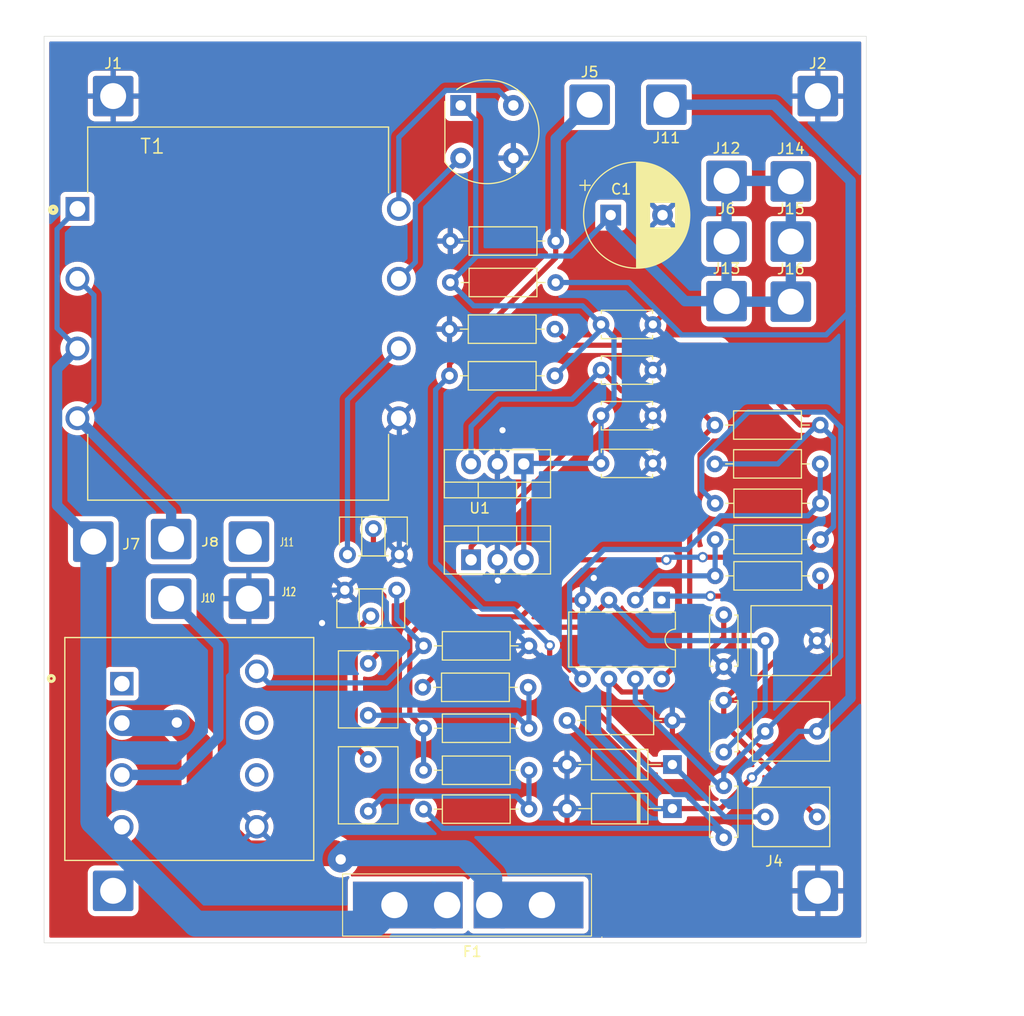
<source format=kicad_pcb>
(kicad_pcb (version 20240108) (generator "pcbnew") (generator_version "8.0")
  (layers (0 "F.Cu" signal) (31 "B.Cu" signal) (34 "B.Paste" user) (35 "F.Paste" user) (36 "B.SilkS" user "B.Silkscreen") (37 "F.SilkS" user "F.Silkscreen") (38 "B.Mask" user) (39 "F.Mask" user) (44 "Edge.Cuts" user))
  (net 0 "")
  (net 1 "Net-(C8-Pad2)")
  (net 2 "Net-(C8-Pad1)")
  (net 3 "Net-(C9-Pad1)")
  (net 4 "Net-(C9-Pad2)")
  (net 5 "Neutral")
  (net 6 "GND")
  (net 7 "Net-(U4B--)")
  (net 8 "Net-(U4A-+)")
  (net 9 "Net-(C12-Pad2)")
  (net 10 "Net-(C13-Pad2)")
  (net 11 "Net-(D2-K)")
  (net 12 "Net-(D3-K)")
  (net 13 "Net-(D1-Pad2)")
  (net 14 "Net-(D1-Pad4)")
  (net 15 "VCC")
  (net 16 "Net-(R1-Pad2)")
  (net 17 "Net-(U4B-+)")
  (net 18 "Net-(U4A--)")
  (net 19 "Net-(F1-Pad2)")
  (net 20 "Net-(R15-Pad2)")
  (net 21 "Net-(RV1-Pad1)")
  (net 22 "5v")
  (net 23 "Net-(J7-Pin_1)")
  (net 24 "Net-(J10-Pin_1)")
  (net 25 "Net-(J11-Pin_1)")
  (footprint "Resistor_THT:R_Axial_DIN0207_L6.3mm_D2.5mm_P10.16mm_Horizontal" (layer "F.Cu") (at 174.86 95.05 180)
    (property "Reference" "R10" (hide yes))
    (property "Value" "10 K" (hide yes))
    (pad "1" thru_hole circle (at 0 0 180) (size 1.6 1.6) (drill 0.8) (layers "*.Cu" "*.Mask") (net 17 "Net-(U4B-+)"))
    (pad "2" thru_hole oval (at 10.16 0 180) (size 1.6 1.6) (drill 0.8) (layers "*.Cu" "*.Mask") (net 10 "Net-(C13-Pad2)"))
  )
  (footprint "Connector_Wire:SolderWire-2sqmm_1x01_D2mm_OD3.9mm" (layer "F.Cu") (at 174.603 132.431)
    (property "Reference" "J4" (at -4.22 -2.85 0) (layer "F.SilkS"))
    (property "Value" "Hole")
    (pad "1" thru_hole roundrect (at 0 0) (size 3.9 3.9) (drill 2.5) (layers "*.Cu" "*.Mask") (roundrect_rratio 0.064103) (net 6 "GND"))
  )
  (footprint "Potentiometer_THT:Potentiometer_ACP_CA6-H2,5_Horizontal" (layer "F.Cu") (at 129.25 100 90)
    (property "Reference" "RV1" (hide yes))
    (property "Value" "R_Potentiometer" (hide yes))
    (pad "1" thru_hole circle (at 0 0 90) (size 1.62 1.62) (drill 0.9) (layers "*.Cu" "*.Mask") (net 21 "Net-(RV1-Pad1)"))
    (pad "2" thru_hole circle (at 2.5 2.5 90) (size 1.62 1.62) (drill 0.9) (layers "*.Cu" "*.Mask") (net 2 "Net-(C8-Pad1)"))
    (pad "3" thru_hole circle (at 0 5 90) (size 1.62 1.62) (drill 0.9) (layers "*.Cu" "*.Mask") (net 6 "GND"))
  )
  (footprint "Connector_Wire:SolderWire-2sqmm_1x01_D2mm_OD3.9mm" (layer "F.Cu") (at 172 64)
    (property "Reference" "J14" (at 0 -3.15 0) (layer "F.SilkS"))
    (property "Value" "Wire")
    (pad "1" thru_hole roundrect (at 0 0) (size 3.9 3.9) (drill 2.5) (layers "*.Cu" "*.Mask") (roundrect_rratio 0.064103) (net 22 "5v"))
  )
  (footprint "Resistor_THT:R_Axial_DIN0207_L6.3mm_D2.5mm_P10.16mm_Horizontal" (layer "F.Cu") (at 136.59 116.75)
    (property "Reference" "R2" (hide yes))
    (property "Value" "51.1k" (hide yes))
    (pad "1" thru_hole circle (at 0 0) (size 1.6 1.6) (drill 0.8) (layers "*.Cu" "*.Mask") (net 16 "Net-(R1-Pad2)"))
    (pad "2" thru_hole oval (at 10.16 0) (size 1.6 1.6) (drill 0.8) (layers "*.Cu" "*.Mask") (net 1 "Net-(C8-Pad2)"))
  )
  (footprint "Connector_Wire:SolderWire-2sqmm_1x01_D2mm_OD3.9mm" (layer "F.Cu") (at 104.75 98.75)
    (property "Reference" "J7" (at 3.65 0.25 0) (layer "F.SilkS"))
    (property "Value" "Wire")
    (pad "1" thru_hole roundrect (at 0 0) (size 3.9 3.9) (drill 2.5) (layers "*.Cu" "*.Mask") (roundrect_rratio 0.064103) (net 23 "Net-(J7-Pin_1)"))
  )
  (footprint "Connector_Wire:SolderWire-2sqmm_1x01_D2mm_OD3.9mm" (layer "F.Cu") (at 165.8 69.8)
    (property "Reference" "J6" (at 0 -3.15 0) (layer "F.SilkS"))
    (property "Value" "Wire")
    (pad "1" thru_hole roundrect (at 0 0) (size 3.9 3.9) (drill 2.5) (layers "*.Cu" "*.Mask") (roundrect_rratio 0.064103) (net 22 "5v"))
  )
  (footprint "Capacitor_THT:C_Disc_D4.7mm_W2.5mm_P5.00mm" (layer "F.Cu") (at 153.7 86.6)
    (property "Reference" "C4" (hide yes))
    (property "Value" "1 uF" (hide yes))
    (pad "1" thru_hole circle (at 0 0) (size 1.6 1.6) (drill 0.8) (layers "*.Cu" "*.Mask") (net 22 "5v"))
    (pad "2" thru_hole circle (at 5 0) (size 1.6 1.6) (drill 0.8) (layers "*.Cu" "*.Mask") (net 6 "GND"))
  )
  (footprint "Resistor_THT:R_Axial_DIN0207_L6.3mm_D2.5mm_P10.16mm_Horizontal" (layer "F.Cu") (at 174.86 98.55 180)
    (property "Reference" "R7" (hide yes))
    (property "Value" "10 K" (hide yes))
    (pad "1" thru_hole circle (at 0 0 180) (size 1.6 1.6) (drill 0.8) (layers "*.Cu" "*.Mask") (net 16 "Net-(R1-Pad2)"))
    (pad "2" thru_hole oval (at 10.16 0 180) (size 1.6 1.6) (drill 0.8) (layers "*.Cu" "*.Mask") (net 18 "Net-(U4A--)"))
  )
  (footprint "Capacitor_THT:C_Disc_D4.7mm_W2.5mm_P5.00mm" (layer "F.Cu") (at 165.53 119.05 90)
    (property "Reference" "C12" (hide yes))
    (property "Value" "10 nF" (hide yes))
    (pad "1" thru_hole circle (at 0 0 90) (size 1.6 1.6) (drill 0.8) (layers "*.Cu" "*.Mask") (net 8 "Net-(U4A-+)"))
    (pad "2" thru_hole circle (at 5 0 90) (size 1.6 1.6) (drill 0.8) (layers "*.Cu" "*.Mask") (net 9 "Net-(C12-Pad2)"))
  )
  (footprint "Package_DIP:DIP-8_W7.62mm" (layer "F.Cu") (at 159.54 104.38 -90)
    (property "Reference" "U4" (hide yes))
    (property "Value" "LM358")
    (pad "1" thru_hole rect (at 0 0 270) (size 1.6 1.6) (drill 0.8) (layers "*.Cu" "*.Mask") (net 9 "Net-(C12-Pad2)"))
    (pad "2" thru_hole oval (at 0 2.54 270) (size 1.6 1.6) (drill 0.8) (layers "*.Cu" "*.Mask") (net 18 "Net-(U4A--)"))
    (pad "3" thru_hole oval (at 0 5.08 270) (size 1.6 1.6) (drill 0.8) (layers "*.Cu" "*.Mask") (net 8 "Net-(U4A-+)"))
    (pad "4" thru_hole oval (at 0 7.62 270) (size 1.6 1.6) (drill 0.8) (layers "*.Cu" "*.Mask") (net 6 "GND"))
    (pad "5" thru_hole oval (at 7.62 7.62 270) (size 1.6 1.6) (drill 0.8) (layers "*.Cu" "*.Mask") (net 17 "Net-(U4B-+)"))
    (pad "6" thru_hole oval (at 7.62 5.08 270) (size 1.6 1.6) (drill 0.8) (layers "*.Cu" "*.Mask") (net 7 "Net-(U4B--)"))
    (pad "7" thru_hole oval (at 7.62 2.54 270) (size 1.6 1.6) (drill 0.8) (layers "*.Cu" "*.Mask") (net 10 "Net-(C13-Pad2)"))
    (pad "8" thru_hole oval (at 7.62 0 270) (size 1.6 1.6) (drill 0.8) (layers "*.Cu" "*.Mask") (net 15 "VCC"))
  )
  (footprint "Capacitor_THT:C_Rect_L7.2mm_W5.5mm_P5.00mm_FKS2_FKP2_MKS2_MKP2" (layer "F.Cu") (at 131.25 110.5 -90)
    (property "Reference" "C8" (hide yes))
    (property "Value" "1.5 uF" (hide yes))
    (pad "1" thru_hole circle (at 0 0 270) (size 1.6 1.6) (drill 0.8) (layers "*.Cu" "*.Mask") (net 2 "Net-(C8-Pad1)"))
    (pad "2" thru_hole circle (at 5 0 270) (size 1.6 1.6) (drill 0.8) (layers "*.Cu" "*.Mask") (net 1 "Net-(C8-Pad2)"))
  )
  (footprint "Fuse:Fuseholder_Keystone_3555-2" (layer "F.Cu") (at 133.78 133.8)
    (property "Reference" "F1" (at 7.5 4.5 0) (layer "F.SilkS"))
    (property "Value" "Fuse")
    (pad "1" thru_hole custom (at 0 0 90) (size 4.5 8) (drill 2.54) (layers "*.Cu" "*.Mask") (net 23 "Net-(J7-Pin_1)") (options (clearance outline) (anchor rect)) (primitives))
    (pad "1" thru_hole custom (at 5.08 0) (size 3 4.5) (drill 2.54) (layers "*.Cu" "*.Mask") (net 23 "Net-(J7-Pin_1)") (options (clearance outline) (anchor rect)) (primitives))
    (pad "2" thru_hole custom (at 9.14 0) (size 3 4.5) (drill 2.54) (layers "*.Cu" "*.Mask") (net 19 "Net-(F1-Pad2)") (options (clearance outline) (anchor rect)) (primitives))
    (pad "2" thru_hole custom (at 14.22 0) (size 8 4.5) (drill 2.54) (layers "*.Cu" "*.Mask") (net 19 "Net-(F1-Pad2)") (options (clearance outline) (anchor rect)) (primitives))
  )
  (footprint "Custom Transformers:XFMR_FS20-055-C2" (layer "F.Cu") (at 118.7085 76.75)
    (property "Reference" "T1" (at -8.256 -16.1345 0) (layer "F.SilkS") (effects (font (size 1.4 1.4))))
    (property "Value" "FS20-055-C2" (hide yes))
    (pad "1" thru_hole rect (at -15.494 -10.0965) (size 2.286 2.286) (drill 1.524) (layers "*.Cu" "*.Mask") (net 23 "Net-(J7-Pin_1)"))
    (pad "2" thru_hole circle (at -15.494 -3.3655) (size 2.286 2.286) (drill 1.524) (layers "*.Cu" "*.Mask") (net 5 "Neutral"))
    (pad "3" thru_hole circle (at -15.494 3.3655) (size 2.286 2.286) (drill 1.524) (layers "*.Cu" "*.Mask") (net 23 "Net-(J7-Pin_1)"))
    (pad "4" thru_hole circle (at -15.494 10.0965) (size 2.286 2.286) (drill 1.524) (layers "*.Cu" "*.Mask") (net 5 "Neutral"))
    (pad "5" thru_hole circle (at 15.494 -10.0965) (size 2.286 2.286) (drill 1.524) (layers "*.Cu" "*.Mask") (net 14 "Net-(D1-Pad4)"))
    (pad "6" thru_hole circle (at 15.494 -3.3655) (size 2.286 2.286) (drill 1.524) (layers "*.Cu" "*.Mask") (net 13 "Net-(D1-Pad2)"))
    (pad "7" thru_hole circle (at 15.494 3.3655) (size 2.286 2.286) (drill 1.524) (layers "*.Cu" "*.Mask") (net 21 "Net-(RV1-Pad1)"))
    (pad "8" thru_hole circle (at 15.494 10.0965) (size 2.286 2.286) (drill 1.524) (layers "*.Cu" "*.Mask") (net 6 "GND"))
  )
  (footprint "Potentiometer_THT:Potentiometer_ACP_CA6-H2,5_Horizontal" (layer "F.Cu") (at 134 103.425 -90)
    (property "Reference" "RV2" (hide yes))
    (property "Value" "R_Potentiometer" (hide yes))
    (pad "1" thru_hole circle (at 0 0 270) (size 1.62 1.62) (drill 0.9) (layers "*.Cu" "*.Mask") (net 20 "Net-(R15-Pad2)"))
    (pad "2" thru_hole circle (at 2.5 2.5 270) (size 1.62 1.62) (drill 0.9) (layers "*.Cu" "*.Mask") (net 3 "Net-(C9-Pad1)"))
    (pad "3" thru_hole circle (at 0 5 270) (size 1.62 1.62) (drill 0.9) (layers "*.Cu" "*.Mask") (net 6 "GND"))
  )
  (footprint "Custom Transformers:XFMR_CSE185L" (layer "F.Cu") (at 114 118.75)
    (property "Reference" "T2" (hide yes))
    (property "Value" "CSE185L" (hide yes))
    (pad "1" thru_hole rect (at -6.5 -6.3) (size 2.25 2.25) (drill 1.5) (layers "*.Cu" "*.Mask"))
    (pad "2" thru_hole circle (at -6.5 -2.5) (size 2.25 2.25) (drill 1.5) (layers "*.Cu" "*.Mask") (net 19 "Net-(F1-Pad2)"))
    (pad "3" thru_hole circle (at -6.5 2.5) (size 2.25 2.25) (drill 1.5) (layers "*.Cu" "*.Mask") (net 24 "Net-(J10-Pin_1)"))
    (pad "4" thru_hole circle (at -6.5 7.5) (size 2.25 2.25) (drill 1.5) (layers "*.Cu" "*.Mask") (net 23 "Net-(J7-Pin_1)"))
    (pad "5" thru_hole circle (at 6.5 7.5) (size 2.25 2.25) (drill 1.5) (layers "*.Cu" "*.Mask") (net 6 "GND"))
    (pad "6" thru_hole circle (at 6.5 2.5) (size 2.25 2.25) (drill 1.5) (layers "*.Cu" "*.Mask"))
    (pad "7" thru_hole circle (at 6.5 -2.5) (size 2.25 2.25) (drill 1.5) (layers "*.Cu" "*.Mask"))
    (pad "8" thru_hole circle (at 6.5 -7.5) (size 2.25 2.25) (drill 1.5) (layers "*.Cu" "*.Mask") (net 20 "Net-(R15-Pad2)"))
  )
  (footprint "Resistor_THT:R_Axial_DIN0207_L6.3mm_D2.5mm_P10.16mm_Horizontal" (layer "F.Cu") (at 174.83 91.25 180)
    (property "Reference" "R6" (hide yes))
    (property "Value" "10 K" (hide yes))
    (pad "1" thru_hole circle (at 0 0 180) (size 1.6 1.6) (drill 0.8) (layers "*.Cu" "*.Mask") (net 17 "Net-(U4B-+)"))
    (pad "2" thru_hole oval (at 10.16 0 180) (size 1.6 1.6) (drill 0.8) (layers "*.Cu" "*.Mask") (net 16 "Net-(R1-Pad2)"))
  )
  (footprint "Connector_Wire:SolderWire-2sqmm_1x01_D2mm_OD3.9mm" (layer "F.Cu") (at 106.659 55.768)
    (property "Reference" "J1" (at 0 -3.15 0) (layer "F.SilkS"))
    (property "Value" "Hole")
    (pad "1" thru_hole roundrect (at 0 0) (size 3.9 3.9) (drill 2.5) (layers "*.Cu" "*.Mask") (roundrect_rratio 0.064103) (net 6 "GND"))
  )
  (footprint "Connector_Wire:SolderWire-2sqmm_1x01_D2mm_OD3.9mm" (layer "F.Cu") (at 174.603 55.768)
    (property "Reference" "J2" (at 0 -3.15 0) (layer "F.SilkS"))
    (property "Value" "Hole")
    (pad "1" thru_hole roundrect (at 0 0) (size 3.9 3.9) (drill 2.5) (layers "*.Cu" "*.Mask") (roundrect_rratio 0.064103) (net 6 "GND"))
  )
  (footprint "Capacitor_THT:C_Disc_D4.7mm_W2.5mm_P5.00mm" (layer "F.Cu") (at 153.7 91.2)
    (property "Reference" "C5" (hide yes))
    (property "Value" "1 uF" (hide yes))
    (pad "1" thru_hole circle (at 0 0) (size 1.6 1.6) (drill 0.8) (layers "*.Cu" "*.Mask") (net 22 "5v"))
    (pad "2" thru_hole circle (at 5 0) (size 1.6 1.6) (drill 0.8) (layers "*.Cu" "*.Mask") (net 6 "GND"))
  )
  (footprint "Resistor_THT:R_Axial_DIN0207_L6.3mm_D2.5mm_P10.16mm_Horizontal" (layer "F.Cu") (at 149.25 82.75 180)
    (property "Reference" "R11" (hide yes))
    (property "Value" "10 K" (hide yes))
    (pad "1" thru_hole circle (at 0 0 180) (size 1.6 1.6) (drill 0.8) (layers "*.Cu" "*.Mask") (net 22 "5v"))
    (pad "2" thru_hole oval (at 10.16 0 180) (size 1.6 1.6) (drill 0.8) (layers "*.Cu" "*.Mask") (net 11 "Net-(D2-K)"))
  )
  (footprint "Capacitor_THT:C_Rect_L7.2mm_W5.5mm_P5.00mm_FKS2_FKP2_MKS2_MKP2" (layer "F.Cu") (at 174.53 125.3 180)
    (property "Reference" "C14" (hide yes))
    (property "Value" "1.5 uF" (hide yes))
    (pad "1" thru_hole circle (at 0 0 180) (size 1.6 1.6) (drill 0.8) (layers "*.Cu" "*.Mask") (net 9 "Net-(C12-Pad2)"))
    (pad "2" thru_hole circle (at 5 0 180) (size 1.6 1.6) (drill 0.8) (layers "*.Cu" "*.Mask") (net 11 "Net-(D2-K)"))
  )
  (footprint "Diode_THT:D_A-405_P10.16mm_Horizontal" (layer "F.Cu") (at 160.58 120.25 180)
    (property "Reference" "D2" (hide yes))
    (property "Value" "D_Zener" (hide yes))
    (pad "1" thru_hole rect (at 0 0 180) (size 1.8 1.8) (drill 0.9) (layers "*.Cu" "*.Mask") (net 11 "Net-(D2-K)"))
    (pad "2" thru_hole oval (at 10.16 0 180) (size 1.8 1.8) (drill 0.9) (layers "*.Cu" "*.Mask") (net 6 "GND"))
  )
  (footprint "Resistor_THT:R_Axial_DIN0207_L6.3mm_D2.5mm_P10.16mm_Horizontal" (layer "F.Cu") (at 139.17 73.75)
    (property "Reference" "R13" (hide yes))
    (property "Value" "10 K" (hide yes))
    (pad "1" thru_hole circle (at 0 0) (size 1.6 1.6) (drill 0.8) (layers "*.Cu" "*.Mask") (net 22 "5v"))
    (pad "2" thru_hole oval (at 10.16 0) (size 1.6 1.6) (drill 0.8) (layers "*.Cu" "*.Mask") (net 12 "Net-(D3-K)"))
  )
  (footprint "Connector_Wire:SolderWire-2sqmm_1x01_D2mm_OD3.9mm" (layer "F.Cu") (at 106.659 132.431)
    (property "Reference" "J3" (hide yes))
    (property "Value" "Hole")
    (pad "1" thru_hole roundrect (at 0 0) (size 3.9 3.9) (drill 2.5) (layers "*.Cu" "*.Mask") (roundrect_rratio 0.064103) (net 23 "Net-(J7-Pin_1)"))
  )
  (footprint "Connector_Wire:SolderWire-2sqmm_1x01_D2mm_OD3.9mm" (layer "F.Cu") (at 119.75 104.25)
    (property "Reference" "J12" (at 3.85 -0.65 0) (layer "F.SilkS") (effects (font (size 0.8 0.5) (thickness 0.125))))
    (property "Value" "B-Wire GND")
    (pad "1" thru_hole roundrect (at 0 0) (size 3.9 3.9) (drill 2.5) (layers "*.Cu" "*.Mask") (roundrect_rratio 0.064103) (net 6 "GND"))
  )
  (footprint "Capacitor_THT:C_Disc_D4.7mm_W2.5mm_P5.00mm" (layer "F.Cu") (at 153.7 82.2)
    (property "Reference" "C3" (hide yes))
    (property "Value" "1 uF" (hide yes))
    (pad "1" thru_hole circle (at 0 0) (size 1.6 1.6) (drill 0.8) (layers "*.Cu" "*.Mask") (net 15 "VCC"))
    (pad "2" thru_hole circle (at 5 0) (size 1.6 1.6) (drill 0.8) (layers "*.Cu" "*.Mask") (net 6 "GND"))
  )
  (footprint "Capacitor_THT:C_Disc_D4.7mm_W2.5mm_P5.00mm" (layer "F.Cu") (at 165.53 127.3 90)
    (property "Reference" "C13" (hide yes))
    (property "Value" "10 nF" (hide yes))
    (pad "1" thru_hole circle (at 0 0 90) (size 1.6 1.6) (drill 0.8) (layers "*.Cu" "*.Mask") (net 7 "Net-(U4B--)"))
    (pad "2" thru_hole circle (at 5 0 90) (size 1.6 1.6) (drill 0.8) (layers "*.Cu" "*.Mask") (net 10 "Net-(C13-Pad2)"))
  )
  (footprint "Resistor_THT:R_Axial_DIN0207_L6.3mm_D2.5mm_P10.16mm_Horizontal" (layer "F.Cu") (at 149.33 69.75 180)
    (property "Reference" "R12" (hide yes))
    (property "Value" "10 K" (hide yes))
    (pad "1" thru_hole circle (at 0 0 180) (size 1.6 1.6) (drill 0.8) (layers "*.Cu" "*.Mask") (net 11 "Net-(D2-K)"))
    (pad "2" thru_hole oval (at 10.16 0 180) (size 1.6 1.6) (drill 0.8) (layers "*.Cu" "*.Mask") (net 6 "GND"))
  )
  (footprint "Capacitor_THT:C_Rect_L7.2mm_W5.5mm_P5.00mm_FKS2_FKP2_MKS2_MKP2" (layer "F.Cu") (at 131.25 119.75 -90)
    (property "Reference" "C9" (hide yes))
    (property "Value" "1.5 uF" (hide yes))
    (pad "1" thru_hole circle (at 0 0 270) (size 1.6 1.6) (drill 0.8) (layers "*.Cu" "*.Mask") (net 3 "Net-(C9-Pad1)"))
    (pad "2" thru_hole circle (at 5 0 270) (size 1.6 1.6) (drill 0.8) (layers "*.Cu" "*.Mask") (net 4 "Net-(C9-Pad2)"))
  )
  (footprint "Connector_Wire:SolderWire-2sqmm_1x01_D2mm_OD3.9mm" (layer "F.Cu") (at 172 75.6)
    (property "Reference" "J16" (at 0 -3.15 0) (layer "F.SilkS"))
    (property "Value" "Wire")
    (pad "1" thru_hole roundrect (at 0 0) (size 3.9 3.9) (drill 2.5) (layers "*.Cu" "*.Mask") (roundrect_rratio 0.064103) (net 22 "5v"))
  )
  (footprint "Diode_THT:Diode_Bridge_Round_D9.8mm" (layer "F.Cu") (at 140.17 56.67)
    (property "Reference" "D1" (hide yes))
    (property "Value" "W04G")
    (pad "1" thru_hole rect (at 0 0) (size 2 2) (drill 1) (layers "*.Cu" "*.Mask") (net 22 "5v"))
    (pad "2" thru_hole oval (at 0 5.08) (size 2 2) (drill 1) (layers "*.Cu" "*.Mask") (net 13 "Net-(D1-Pad2)"))
    (pad "3" thru_hole oval (at 5.08 5.08) (size 2 2) (drill 1) (layers "*.Cu" "*.Mask") (net 6 "GND"))
    (pad "4" thru_hole oval (at 5.08 0) (size 2 2) (drill 1) (layers "*.Cu" "*.Mask") (net 14 "Net-(D1-Pad4)"))
  )
  (footprint "Connector_Wire:SolderWire-2sqmm_1x01_D2mm_OD3.9mm" (layer "F.Cu") (at 165.8 75.55)
    (property "Reference" "J13" (at 0 -3.15 0) (layer "F.SilkS"))
    (property "Value" "Wire")
    (pad "1" thru_hole roundrect (at 0 0) (size 3.9 3.9) (drill 2.5) (layers "*.Cu" "*.Mask") (roundrect_rratio 0.064103) (net 22 "5v"))
  )
  (footprint "Diode_THT:D_A-405_P10.16mm_Horizontal" (layer "F.Cu") (at 160.58 124.5 180)
    (property "Reference" "D3" (hide yes))
    (property "Value" "D_Zener" (hide yes))
    (pad "1" thru_hole rect (at 0 0 180) (size 1.8 1.8) (drill 0.9) (layers "*.Cu" "*.Mask") (net 12 "Net-(D3-K)"))
    (pad "2" thru_hole oval (at 10.16 0 180) (size 1.8 1.8) (drill 0.9) (layers "*.Cu" "*.Mask") (net 6 "GND"))
  )
  (footprint "Capacitor_THT:C_Disc_D4.7mm_W2.5mm_P5.00mm" (layer "F.Cu") (at 165.53 110.8 90)
    (property "Reference" "C10" (hide yes))
    (property "Value" "22 nF" (hide yes))
    (pad "1" thru_hole circle (at 0 0 90) (size 1.6 1.6) (drill 0.8) (layers "*.Cu" "*.Mask") (net 6 "GND"))
    (pad "2" thru_hole circle (at 5 0 90) (size 1.6 1.6) (drill 0.8) (layers "*.Cu" "*.Mask") (net 7 "Net-(U4B--)"))
  )
  (footprint "Connector_Wire:SolderWire-2sqmm_1x01_D2mm_OD3.9mm" (layer "F.Cu") (at 119.75 98.75)
    (property "Reference" "J11" (at 3.65 0.05 0) (layer "F.SilkS") (effects (font (size 0.8 0.5) (thickness 0.1))))
    (property "Value" "B-Wire POS")
    (pad "1" thru_hole roundrect (at 0 0) (size 3.9 3.9) (drill 2.5) (layers "*.Cu" "*.Mask") (roundrect_rratio 0.064103) (net 25 "Net-(J11-Pin_1)"))
  )
  (footprint "Connector_Wire:SolderWire-2sqmm_1x01_D2mm_OD3.9mm" (layer "F.Cu") (at 165.8 63.95)
    (property "Reference" "J12" (at 0 -3.15 0) (layer "F.SilkS"))
    (property "Value" "Wire")
    (pad "1" thru_hole roundrect (at 0 0) (size 3.9 3.9) (drill 2.5) (layers "*.Cu" "*.Mask") (roundrect_rratio 0.064103) (net 22 "5v"))
  )
  (footprint "Package_TO_SOT_THT:TO-220-3_Vertical" (layer "F.Cu") (at 141.17 100.5)
    (property "Reference" "U2" (hide yes))
    (property "Value" "5 V Regulator")
    (pad "1" thru_hole rect (at 0 0) (size 1.905 2) (drill 1.1) (layers "*.Cu" "*.Mask") (net 22 "5v"))
    (pad "2" thru_hole oval (at 2.54 0) (size 1.905 2) (drill 1.1) (layers "*.Cu" "*.Mask") (net 6 "GND"))
    (pad "3" thru_hole oval (at 5.08 0) (size 1.905 2) (drill 1.1) (layers "*.Cu" "*.Mask") (net 22 "5v"))
  )
  (footprint "Resistor_THT:R_Axial_DIN0207_L6.3mm_D2.5mm_P10.16mm_Horizontal" (layer "F.Cu") (at 150.42 116)
    (property "Reference" "R14" (hide yes))
    (property "Value" "10 K" (hide yes))
    (pad "1" thru_hole circle (at 0 0) (size 1.6 1.6) (drill 0.8) (layers "*.Cu" "*.Mask") (net 12 "Net-(D3-K)"))
    (pad "2" thru_hole oval (at 10.16 0) (size 1.6 1.6) (drill 0.8) (layers "*.Cu" "*.Mask") (net 6 "GND"))
  )
  (footprint "Connector_Wire:SolderWire-2sqmm_1x01_D2mm_OD3.9mm" (layer "F.Cu") (at 172 69.8)
    (property "Reference" "J15" (at 0 -3.15 0) (layer "F.SilkS"))
    (property "Value" "Wire")
    (pad "1" thru_hole roundrect (at 0 0) (size 3.9 3.9) (drill 2.5) (layers "*.Cu" "*.Mask") (roundrect_rratio 0.064103) (net 22 "5v"))
  )
  (footprint "Connector_Wire:SolderWire-2sqmm_1x01_D2mm_OD3.9mm" (layer "F.Cu") (at 160 56.6)
    (property "Reference" "J11" (at 0 3.2 0) (layer "F.SilkS"))
    (property "Value" "Wire")
    (pad "1" thru_hole roundrect (at 0 0) (size 3.9 3.9) (drill 2.5) (layers "*.Cu" "*.Mask") (roundrect_rratio 0.064103) (net 12 "Net-(D3-K)"))
  )
  (footprint "Capacitor_THT:C_Rect_L7.2mm_W5.5mm_P5.00mm_FKS2_FKP2_MKS2_MKP2" (layer "F.Cu") (at 169.53 117.05)
    (property "Reference" "C15" (hide yes))
    (property "Value" "1.5 uF" (hide yes))
    (pad "1" thru_hole circle (at 0 0) (size 1.6 1.6) (drill 0.8) (layers "*.Cu" "*.Mask") (net 10 "Net-(C13-Pad2)"))
    (pad "2" thru_hole circle (at 5 0) (size 1.6 1.6) (drill 0.8) (layers "*.Cu" "*.Mask") (net 12 "Net-(D3-K)"))
  )
  (footprint "Resistor_THT:R_Axial_DIN0207_L6.3mm_D2.5mm_P10.16mm_Horizontal" (layer "F.Cu") (at 146.75 124.55 180)
    (property "Reference" "R5" (hide yes))
    (property "Value" "20 K" (hide yes))
    (pad "1" thru_hole circle (at 0 0 180) (size 1.6 1.6) (drill 0.8) (layers "*.Cu" "*.Mask") (net 4 "Net-(C9-Pad2)"))
    (pad "2" thru_hole oval (at 10.16 0 180) (size 1.6 1.6) (drill 0.8) (layers "*.Cu" "*.Mask") (net 7 "Net-(U4B--)"))
  )
  (footprint "Resistor_THT:R_Axial_DIN0207_L6.3mm_D2.5mm_P10.16mm_Horizontal" (layer "F.Cu") (at 146.67 112.8 180)
    (property "Reference" "R4" (hide yes))
    (property "Value" "20 K" (hide yes))
    (pad "1" thru_hole circle (at 0 0 180) (size 1.6 1.6) (drill 0.8) (layers "*.Cu" "*.Mask") (net 1 "Net-(C8-Pad2)"))
    (pad "2" thru_hole oval (at 10.16 0 180) (size 1.6 1.6) (drill 0.8) (layers "*.Cu" "*.Mask") (net 8 "Net-(U4A-+)"))
  )
  (footprint "Capacitor_THT:C_Disc_D4.7mm_W2.5mm_P5.00mm" (layer "F.Cu") (at 153.7 77.8)
    (property "Reference" "C2" (hide yes))
    (property "Value" "1 uF" (hide yes))
    (pad "1" thru_hole circle (at 0 0) (size 1.6 1.6) (drill 0.8) (layers "*.Cu" "*.Mask") (net 22 "5v"))
    (pad "2" thru_hole circle (at 5 0) (size 1.6 1.6) (drill 0.8) (layers "*.Cu" "*.Mask") (net 6 "GND"))
  )
  (footprint "Resistor_THT:R_Axial_DIN0207_L6.3mm_D2.5mm_P10.16mm_Horizontal" (layer "F.Cu") (at 149.25 78.25 180)
    (property "Reference" "R8" (hide yes))
    (property "Value" "1 K" (hide yes))
    (pad "1" thru_hole circle (at 0 0 180) (size 1.6 1.6) (drill 0.8) (layers "*.Cu" "*.Mask") (net 16 "Net-(R1-Pad2)"))
    (pad "2" thru_hole oval (at 10.16 0 180) (size 1.6 1.6) (drill 0.8) (layers "*.Cu" "*.Mask") (net 6 "GND"))
  )
  (footprint "Capacitor_THT:C_Rect_L7.5mm_W6.5mm_P5.00mm" (layer "F.Cu") (at 169.53 108.3)
    (property "Reference" "C11" (hide yes))
    (property "Value" "20 nF" (hide yes))
    (pad "1" thru_hole circle (at 0 0) (size 1.6 1.6) (drill 0.8) (layers "*.Cu" "*.Mask") (net 8 "Net-(U4A-+)"))
    (pad "2" thru_hole circle (at 5 0) (size 1.6 1.6) (drill 0.8) (layers "*.Cu" "*.Mask") (net 6 "GND"))
  )
  (footprint "Resistor_THT:R_Axial_DIN0207_L6.3mm_D2.5mm_P10.16mm_Horizontal" (layer "F.Cu") (at 164.7 102.05)
    (property "Reference" "R9" (hide yes))
    (property "Value" "10 K" (hide yes))
    (pad "1" thru_hole circle (at 0 0) (size 1.6 1.6) (drill 0.8) (layers "*.Cu" "*.Mask") (net 18 "Net-(U4A--)"))
    (pad "2" thru_hole oval (at 10.16 0) (size 1.6 1.6) (drill 0.8) (layers "*.Cu" "*.Mask") (net 9 "Net-(C12-Pad2)"))
  )
  (footprint "Capacitor_THT:CP_Radial_D10.0mm_P5.00mm" (layer "F.Cu") (at 154.632323 67.25)
    (property "Reference" "C1" (at 1 -2.5 0) (layer "F.SilkS"))
    (property "Value" "100 uF" (hide yes))
    (pad "1" thru_hole rect (at 0 0) (size 2 2) (drill 1) (layers "*.Cu" "*.Mask") (net 22 "5v"))
    (pad "2" thru_hole circle (at 5 0) (size 2 2) (drill 1) (layers "*.Cu" "*.Mask") (net 6 "GND"))
  )
  (footprint "Package_TO_SOT_THT:TO-220-3_Vertical" (layer "F.Cu") (at 146.25 91.25 180)
    (property "Reference" "U1" (at 4.25 -4.27 0) (layer "F.SilkS"))
    (property "Value" "12 V Regulator")
    (pad "1" thru_hole rect (at 0 0 180) (size 1.905 2) (drill 1.1) (layers "*.Cu" "*.Mask") (net 22 "5v"))
    (pad "2" thru_hole oval (at 2.54 0 180) (size 1.905 2) (drill 1.1) (layers "*.Cu" "*.Mask") (net 6 "GND"))
    (pad "3" thru_hole oval (at 5.08 0 180) (size 1.905 2) (drill 1.1) (layers "*.Cu" "*.Mask") (net 15 "VCC"))
  )
  (footprint "Connector_Wire:SolderWire-2sqmm_1x01_D2mm_OD3.9mm" (layer "F.Cu") (at 112.25 104.25)
    (property "Reference" "J10" (at 3.55 -0.05 0) (layer "F.SilkS") (effects (font (size 0.8 0.5) (thickness 0.125))))
    (property "Value" "Wire")
    (pad "1" thru_hole roundrect (at 0 0) (size 3.9 3.9) (drill 2.5) (layers "*.Cu" "*.Mask") (roundrect_rratio 0.064103) (net 24 "Net-(J10-Pin_1)"))
  )
  (footprint "Connector_Wire:SolderWire-2sqmm_1x01_D2mm_OD3.9mm" (layer "F.Cu") (at 112.25 98.5)
    (property "Reference" "J8" (at 3.75 0.3 0) (layer "F.SilkS") (effects (font (size 0.8 1))))
    (property "Value" "Wire")
    (pad "1" thru_hole roundrect (at 0 0) (size 3.9 3.9) (drill 2.5) (layers "*.Cu" "*.Mask") (roundrect_rratio 0.064103) (net 5 "Neutral"))
  )
  (footprint "Connector_Wire:SolderWire-2sqmm_1x01_D2mm_OD3.9mm" (layer "F.Cu") (at 152.6 56.6)
    (property "Reference" "J5" (at 0 -3.15 0) (layer "F.SilkS"))
    (property "Value" "Wire")
    (pad "1" thru_hole roundrect (at 0 0) (size 3.9 3.9) (drill 2.5) (layers "*.Cu" "*.Mask") (roundrect_rratio 0.064103) (net 11 "Net-(D2-K)"))
  )
  (footprint "Resistor_THT:R_Axial_DIN0207_L6.3mm_D2.5mm_P10.16mm_Horizontal" (layer "F.Cu") (at 136.59 120.8)
    (property "Reference" "R3" (hide yes))
    (property "Value" "51.1 K" (hide yes))
    (pad "1" thru_hole circle (at 0 0) (size 1.6 1.6) (drill 0.8) (layers "*.Cu" "*.Mask") (net 16 "Net-(R1-Pad2)"))
    (pad "2" thru_hole oval (at 10.16 0) (size 1.6 1.6) (drill 0.8) (layers "*.Cu" "*.Mask") (net 4 "Net-(C9-Pad2)"))
  )
  (footprint "Resistor_THT:R_Axial_DIN0207_L6.3mm_D2.5mm_P10.16mm_Horizontal" (layer "F.Cu") (at 146.75 108.8 180)
    (property "Reference" "R15" (hide yes))
    (property "Value" "30" (hide yes))
    (pad "1" thru_hole circle (at 0 0 180) (size 1.6 1.6) (drill 0.8) (layers "*.Cu" "*.Mask") (net 6 "GND"))
    (pad "2" thru_hole oval (at 10.16 0 180) (size 1.6 1.6) (drill 0.8) (layers "*.Cu" "*.Mask") (net 20 "Net-(R15-Pad2)"))
  )
  (footprint "Resistor_THT:R_Axial_DIN0207_L6.3mm_D2.5mm_P10.16mm_Horizontal" (layer "F.Cu") (at 164.67 87.5)
    (property "Reference" "R1" (hide yes))
    (property "Value" "3 K" (hide yes))
    (pad "1" thru_hole circle (at 0 0) (size 1.6 1.6) (drill 0.8) (layers "*.Cu" "*.Mask") (net 15 "VCC"))
    (pad "2" thru_hole oval (at 10.16 0) (size 1.6 1.6) (drill 0.8) (layers "*.Cu" "*.Mask") (net 16 "Net-(R1-Pad2)"))
  )
  (gr_rect (start 100 50) (end 179.28 137.4522) (stroke (width 0.05)) (fill none) (layer "Edge.Cuts"))
  (segment (start 146.75 116.75) (end 146.75 112.88) (width 0.5) (layer "B.Cu") (net 1))
  (segment (start 146.75 112.88) (end 146.67 112.8) (width 0.5) (layer "B.Cu") (net 1))
  (segment (start 145.5 115.5) (end 146.75 116.75) (width 0.5) (layer "B.Cu") (net 1))
  (segment (start 131.25 115.5) (end 145.5 115.5) (width 0.5) (layer "B.Cu") (net 1))
  (segment (start 131.75 102.95691) (end 131.75 97.5) (width 0.5) (layer "F.Cu") (net 2))
  (segment (start 131.25 110.5) (end 132.76 108.99) (width 0.5) (layer "F.Cu") (net 2))
  (segment (start 132.76 103.96691) (end 131.75 102.95691) (width 0.5) (layer "F.Cu") (net 2))
  (segment (start 132.76 108.99) (end 132.76 103.96691) (width 0.5) (layer "F.Cu") (net 2))
  (segment (start 130 107.425) (end 130 118.5) (width 0.5) (layer "F.Cu") (net 3))
  (segment (start 131.5 105.925) (end 130 107.425) (width 0.5) (layer "F.Cu") (net 3))
  (segment (start 130 118.5) (end 131.25 119.75) (width 0.5) (layer "F.Cu") (net 3))
  (segment (start 146.75 124.55) (end 145.5 123.3) (width 0.5) (layer "B.Cu") (net 4))
  (segment (start 146.75 124.55) (end 146.75 120.8) (width 0.5) (layer "B.Cu") (net 4))
  (segment (start 132.7 123.3) (end 131.25 124.75) (width 0.5) (layer "B.Cu") (net 4))
  (segment (start 145.5 123.3) (end 132.7 123.3) (width 0.5) (layer "B.Cu") (net 4))
  (segment (start 112.25 95.882) (end 103.2145 86.8465) (width 1) (layer "B.Cu") (net 5))
  (segment (start 104.8075 74.9775) (end 104.8075 85.2535) (width 0.5) (layer "B.Cu") (net 5))
  (segment (start 112.25 98.5) (end 112.25 95.882) (width 1) (layer "B.Cu") (net 5))
  (segment (start 104.8075 85.2535) (end 103.2145 86.8465) (width 0.5) (layer "B.Cu") (net 5))
  (segment (start 103.2145 73.3845) (end 104.8075 74.9775) (width 0.5) (layer "B.Cu") (net 5))
  (via (at 126.8 106.6) (size 1) (drill 0.6) (layers "F.Cu" "B.Cu") (net 6))
  (via (at 143.75 102.5) (size 1) (drill 0.6) (layers "F.Cu" "B.Cu") (net 6))
  (via (at 144.2 88) (size 1) (drill 0.6) (layers "F.Cu" "B.Cu") (net 6))
  (via (at 153 102.25) (size 1) (drill 0.6) (layers "F.Cu" "B.Cu") (net 6))
  (segment (start 134.25 86.894) (end 134.2025 86.8465) (width 0.5) (layer "B.Cu") (net 6))
  (segment (start 143.8 108.8) (end 146.75 108.8) (width 0.5) (layer "B.Cu") (net 6))
  (segment (start 117.8 123.6) (end 117.8 111.722613) (width 0.5) (layer "B.Cu") (net 6))
  (segment (start 136.75 101.75) (end 143.8 108.8) (width 0.5) (layer "B.Cu") (net 6))
  (segment (start 130.675 101.75) (end 136.75 101.75) (width 0.5) (layer "B.Cu") (net 6))
  (segment (start 117.8 111.722613) (end 126.097613 103.425) (width 0.5) (layer "B.Cu") (net 6))
  (segment (start 134.25 100) (end 134.25 86.894) (width 0.5) (layer "B.Cu") (net 6))
  (segment (start 120.5 126.25) (end 120.45 126.25) (width 0.5) (layer "B.Cu") (net 6))
  (segment (start 126.097613 103.425) (end 129 103.425) (width 0.5) (layer "B.Cu") (net 6))
  (segment (start 120.45 126.25) (end 117.8 123.6) (width 0.5) (layer "B.Cu") (net 6))
  (segment (start 129 103.425) (end 130.675 101.75) (width 0.5) (layer "B.Cu") (net 6))
  (segment (start 160.25 113.25) (end 165.53 107.97) (width 0.5) (layer "F.Cu") (net 7))
  (segment (start 154.46 112) (end 155.71 113.25) (width 0.5) (layer "F.Cu") (net 7))
  (segment (start 155.71 113.25) (end 160.25 113.25) (width 0.5) (layer "F.Cu") (net 7))
  (segment (start 165.53 107.97) (end 165.53 105.8) (width 0.5) (layer "F.Cu") (net 7))
  (segment (start 136.59 124.55) (end 138.44 126.4) (width 0.5) (layer "B.Cu") (net 7))
  (segment (start 161.9 123.15) (end 165.53 126.78) (width 0.5) (layer "B.Cu") (net 7))
  (segment (start 154.46 112) (end 154.46 116.83) (width 0.5) (layer "B.Cu") (net 7))
  (segment (start 164.63 126.4) (end 165.53 127.3) (width 0.5) (layer "B.Cu") (net 7))
  (segment (start 165.53 126.78) (end 165.53 127.3) (width 0.5) (layer "B.Cu") (net 7))
  (segment (start 138.44 126.4) (end 164.63 126.4) (width 0.5) (layer "B.Cu") (net 7))
  (segment (start 160.78 123.15) (end 161.9 123.15) (width 0.5) (layer "B.Cu") (net 7))
  (segment (start 154.46 116.83) (end 160.78 123.15) (width 0.5) (layer "B.Cu") (net 7))
  (segment (start 151.84 107) (end 154.46 104.38) (width 0.5) (layer "F.Cu") (net 8))
  (segment (start 142.31 107) (end 151.84 107) (width 0.5) (layer "F.Cu") (net 8))
  (segment (start 136.51 112.8) (end 142.31 107) (width 0.5) (layer "F.Cu") (net 8))
  (segment (start 165.53 119.05) (end 169.53 115.05) (width 0.5) (layer "B.Cu") (net 8))
  (segment (start 154.46 104.38) (end 158.38 108.3) (width 0.5) (layer "B.Cu") (net 8))
  (segment (start 169.53 115.05) (end 169.53 108.3) (width 0.5) (layer "B.Cu") (net 8))
  (segment (start 158.38 108.3) (end 169.53 108.3) (width 0.5) (layer "B.Cu") (net 8))
  (segment (start 165.53 114.05) (end 167.5 112.08) (width 0.5) (layer "F.Cu") (net 9))
  (segment (start 167.5 112.08) (end 167.5 104.75) (width 0.5) (layer "F.Cu") (net 9))
  (segment (start 165.53 116.3) (end 165.53 114.05) (width 0.5) (layer "F.Cu") (net 9))
  (segment (start 166.75 104) (end 164.25 104) (width 0.5) (layer "F.Cu") (net 9))
  (segment (start 174.53 125.3) (end 165.53 116.3) (width 0.5) (layer "F.Cu") (net 9))
  (segment (start 174.86 105.85137) (end 174.86 102.05) (width 0.5) (layer "F.Cu") (net 9))
  (segment (start 166.66137 114.05) (end 174.86 105.85137) (width 0.5) (layer "F.Cu") (net 9))
  (segment (start 165.53 114.05) (end 166.66137 114.05) (width 0.5) (layer "F.Cu") (net 9))
  (segment (start 167.5 104.75) (end 166.75 104) (width 0.5) (layer "F.Cu") (net 9))
  (via (at 164.25 104) (size 1) (drill 0.6) (layers "F.Cu" "B.Cu") (net 9))
  (segment (start 164.25 104) (end 159.92 104) (width 0.5) (layer "B.Cu") (net 9))
  (segment (start 159.92 104) (end 159.54 104.38) (width 0.5) (layer "B.Cu") (net 9))
  (segment (start 167.902233 86.25) (end 175.347767 86.25) (width 0.5) (layer "B.Cu") (net 10))
  (segment (start 164.7 95.05) (end 163.42 93.77) (width 0.5) (layer "B.Cu") (net 10))
  (segment (start 163.42 93.77) (end 163.42 90.732233) (width 0.5) (layer "B.Cu") (net 10))
  (segment (start 176.81 87.712233) (end 176.81 109.77) (width 0.5) (layer "B.Cu") (net 10))
  (segment (start 165.112233 122.3) (end 165.53 122.3) (width 0.5) (layer "B.Cu") (net 10))
  (segment (start 157 112) (end 157 114.187767) (width 0.5) (layer "B.Cu") (net 10))
  (segment (start 165.53 121.05) (end 169.53 117.05) (width 0.5) (layer "B.Cu") (net 10))
  (segment (start 157 114.187767) (end 165.112233 122.3) (width 0.5) (layer "B.Cu") (net 10))
  (segment (start 176.81 109.77) (end 169.53 117.05) (width 0.5) (layer "B.Cu") (net 10))
  (segment (start 165.53 122.3) (end 165.53 121.05) (width 0.5) (layer "B.Cu") (net 10))
  (segment (start 175.347767 86.25) (end 176.81 87.712233) (width 0.5) (layer "B.Cu") (net 10))
  (segment (start 163.42 90.732233) (end 167.902233 86.25) (width 0.5) (layer "B.Cu") (net 10))
  (segment (start 139.09 81.61863) (end 149.33 71.37863) (width 0.5) (layer "F.Cu") (net 11))
  (segment (start 149.33 71.37863) (end 149.33 69.75) (width 0.5) (layer "F.Cu") (net 11))
  (segment (start 160.58 120.25) (end 158.402233 120.25) (width 0.5) (layer "F.Cu") (net 11))
  (segment (start 158.402233 120.25) (end 148.75 110.597767) (width 0.5) (layer "F.Cu") (net 11))
  (segment (start 139.09 82.75) (end 139.09 81.61863) (width 0.5) (layer "F.Cu") (net 11))
  (segment (start 148.75 110.597767) (end 148.75 108.75) (width 0.5) (layer "F.Cu") (net 11))
  (via (at 148.75 108.75) (size 1) (drill 0.6) (layers "F.Cu" "B.Cu") (net 11))
  (segment (start 137.75 100.75) (end 137.75 84.09) (width 0.5) (layer "B.Cu") (net 11))
  (segment (start 160.58 120.25) (end 165.63 125.3) (width 0.5) (layer "B.Cu") (net 11))
  (segment (start 149.33 69.75) (end 149.33 59.87) (width 1) (layer "B.Cu") (net 11))
  (segment (start 165.63 125.3) (end 169.53 125.3) (width 0.5) (layer "B.Cu") (net 11))
  (segment (start 148.75 108.75) (end 145.25 105.25) (width 0.5) (layer "B.Cu") (net 11))
  (segment (start 149.33 59.87) (end 152.6 56.6) (width 1) (layer "B.Cu") (net 11))
  (segment (start 137.75 84.09) (end 139.09 82.75) (width 0.5) (layer "B.Cu") (net 11))
  (segment (start 145.25 105.25) (end 142.25 105.25) (width 0.5) (layer "B.Cu") (net 11))
  (segment (start 142.25 105.25) (end 137.75 100.75) (width 0.5) (layer "B.Cu") (net 11))
  (segment (start 165.25 124.5) (end 168.25 121.5) (width 0.5) (layer "F.Cu") (net 12))
  (segment (start 160.58 124.5) (end 165.25 124.5) (width 0.5) (layer "F.Cu") (net 12))
  (via (at 168.25 121.5) (size 1) (drill 0.6) (layers "F.Cu" "B.Cu") (net 12))
  (segment (start 172.7 117.05) (end 174.53 117.05) (width 0.5) (layer "B.Cu") (net 12))
  (segment (start 149.33 73.75) (end 156.417767 73.75) (width 0.5) (layer "B.Cu") (net 12))
  (segment (start 170.4 56.6) (end 177.76 63.96) (width 1) (layer "B.Cu") (net 12))
  (segment (start 174.53 117.05) (end 177.76 113.82) (width 1) (layer "B.Cu") (net 12))
  (segment (start 175.4 78.8) (end 177.76 76.44) (width 0.5) (layer "B.Cu") (net 12))
  (segment (start 177.76 113.82) (end 177.76 76) (width 1) (layer "B.Cu") (net 12))
  (segment (start 161.467767 78.8) (end 175.4 78.8) (width 0.5) (layer "B.Cu") (net 12))
  (segment (start 168.25 121.5) (end 172.7 117.05) (width 0.5) (layer "B.Cu") (net 12))
  (segment (start 160.58 124.5) (end 158.92 124.5) (width 0.5) (layer "B.Cu") (net 12))
  (segment (start 177.76 76.44) (end 177.76 76) (width 0.5) (layer "B.Cu") (net 12))
  (segment (start 177.76 76) (end 177.76 63.96) (width 1) (layer "B.Cu") (net 12))
  (segment (start 156.417767 73.75) (end 161.467767 78.8) (width 0.5) (layer "B.Cu") (net 12))
  (segment (start 158.92 124.5) (end 150.42 116) (width 0.5) (layer "B.Cu") (net 12))
  (segment (start 170.4 56.6) (end 160 56.6) (width 1) (layer "B.Cu") (net 12))
  (segment (start 135.7955 71.7915) (end 134.2025 73.3845) (width 0.5) (layer "B.Cu") (net 13))
  (segment (start 140.17 61.75) (end 135.7955 66.1245) (width 0.5) (layer "B.Cu") (net 13))
  (segment (start 135.7955 66.1245) (end 135.7955 71.7915) (width 0.5) (layer "B.Cu") (net 13))
  (segment (start 138.72 55.22) (end 143.8 55.22) (width 0.5) (layer "B.Cu") (net 14))
  (segment (start 143.8 55.22) (end 145.25 56.67) (width 0.5) (layer "B.Cu") (net 14))
  (segment (start 134.2025 66.6535) (end 134.2025 59.7375) (width 0.5) (layer "B.Cu") (net 14))
  (segment (start 134.2025 59.7375) (end 138.72 55.22) (width 0.5) (layer "B.Cu") (net 14))
  (segment (start 155.7 84.2) (end 161.37 84.2) (width 0.5) (layer "F.Cu") (net 15))
  (segment (start 153.7 82.2) (end 155.7 84.2) (width 0.5) (layer "F.Cu") (net 15))
  (segment (start 162.25 109.29) (end 162.25 89.92) (width 0.5) (layer "F.Cu") (net 15))
  (segment (start 161.37 84.2) (end 164.67 87.5) (width 0.5) (layer "F.Cu") (net 15))
  (segment (start 159.54 112) (end 162.25 109.29) (width 0.5) (layer "F.Cu") (net 15))
  (segment (start 162.25 89.92) (end 164.67 87.5) (width 0.5) (layer "F.Cu") (net 15))
  (segment (start 143.8 85) (end 150.9 85) (width 0.5) (layer "B.Cu") (net 15))
  (segment (start 141.17 87.63) (end 143.8 85) (width 0.5) (layer "B.Cu") (net 15))
  (segment (start 141.17 91.25) (end 141.17 87.63) (width 0.5) (layer "B.Cu") (net 15))
  (segment (start 150.9 85) (end 153.7 82.2) (width 0.5) (layer "B.Cu") (net 15))
  (segment (start 173 100.25) (end 163.5 100.25) (width 0.5) (layer "F.Cu") (net 16))
  (segment (start 135.26 107.74) (end 137 106) (width 0.5) (layer "F.Cu") (net 16))
  (segment (start 136.59 116.75) (end 135.26 115.42) (width 0.5) (layer "F.Cu") (net 16))
  (segment (start 174.86 98.55) (end 173.16 100.25) (width 0.5) (layer "F.Cu") (net 16))
  (segment (start 165.203122 79.8) (end 172.903122 87.5) (width 0.5) (layer "F.Cu") (net 16))
  (segment (start 151.5 100.5) (end 160 100.5) (width 0.5) (layer "F.Cu") (net 16))
  (segment (start 173.16 100.25) (end 173 100.25) (width 0.5) (layer "F.Cu") (net 16))
  (segment (start 146 106) (end 151.5 100.5) (width 0.5) (layer "F.Cu") (net 16))
  (segment (start 137 106) (end 146 106) (width 0.5) (layer "F.Cu") (net 16))
  (segment (start 172.903122 87.5) (end 174.83 87.5) (width 0.5) (layer "F.Cu") (net 16))
  (segment (start 150.8 79.8) (end 165.203122 79.8) (width 0.5) (layer "F.Cu") (net 16))
  (segment (start 149.25 78.25) (end 150.8 79.8) (width 0.5) (layer "F.Cu") (net 16))
  (segment (start 135.26 115.42) (end 135.26 107.74) (width 0.5) (layer "F.Cu") (net 16))
  (via (at 163.5 100.25) (size 1) (drill 0.6) (layers "F.Cu" "B.Cu") (net 16))
  (via (at 160 100.5) (size 1) (drill 0.6) (layers "F.Cu" "B.Cu") (net 16))
  (segment (start 176.11 97.3) (end 176.11 88.78) (width 0.5) (layer "B.Cu") (net 16))
  (segment (start 174.86 98.55) (end 176.11 97.3) (width 0.5) (layer "B.Cu") (net 16))
  (segment (start 160.25 100.25) (end 160 100.5) (width 0.5) (layer "B.Cu") (net 16))
  (segment (start 174.5 87.5) (end 170.75 91.25) (width 0.5) (layer "B.Cu") (net 16))
  (segment (start 163.5 100.25) (end 160.25 100.25) (width 0.5) (layer "B.Cu") (net 16))
  (segment (start 174.83 87.5) (end 174.5 87.5) (width 0.5) (layer "B.Cu") (net 16))
  (segment (start 136.59 116.75) (end 136.59 120.8) (width 0.5) (layer "B.Cu") (net 16))
  (segment (start 176.11 88.78) (end 174.83 87.5) (width 0.5) (layer "B.Cu") (net 16))
  (segment (start 170.75 91.25) (end 164.67 91.25) (width 0.5) (layer "B.Cu") (net 16))
  (segment (start 173.66 96.25) (end 174.86 95.05) (width 0.5) (layer "B.Cu") (net 17))
  (segment (start 161.982233 99.5) (end 165.232233 96.25) (width 0.5) (layer "B.Cu") (net 17))
  (segment (start 154 99.5) (end 161.982233 99.5) (width 0.5) (layer "B.Cu") (net 17))
  (segment (start 150.67 110.75) (end 150.67 102.83) (width 0.5) (layer "B.Cu") (net 17))
  (segment (start 165.232233 96.25) (end 173.66 96.25) (width 0.5) (layer "B.Cu") (net 17))
  (segment (start 150.67 102.83) (end 154 99.5) (width 0.5) (layer "B.Cu") (net 17))
  (segment (start 174.83 95.02) (end 174.86 95.05) (width 0.5) (layer "B.Cu") (net 17))
  (segment (start 174.83 91.25) (end 174.83 95.02) (width 0.5) (layer "B.Cu") (net 17))
  (segment (start 151.92 112) (end 150.67 110.75) (width 0.5) (layer "B.Cu") (net 17))
  (segment (start 157 104.38) (end 159.33 102.05) (width 0.5) (layer "B.Cu") (net 18))
  (segment (start 164.7 102.05) (end 164.7 98.55) (width 0.5) (layer "B.Cu") (net 18))
  (segment (start 159.33 102.05) (end 164.7 102.05) (width 0.5) (layer "B.Cu") (net 18))
  (segment (start 119.4334 128.825) (end 121.5666 128.825) (width 2.5) (layer "F.Cu") (net 19))
  (segment (start 115 124.3916) (end 119.4334 128.825) (width 2.5) (layer "F.Cu") (net 19))
  (segment (start 128 128.8) (end 128.6 129.4) (width 2.5) (layer "F.Cu") (net 19))
  (segment (start 121.5916 128.8) (end 128 128.8) (width 2.5) (layer "F.Cu") (net 19))
  (segment (start 121.5666 128.825) (end 121.5916 128.8) (width 2.5) (layer "F.Cu") (net 19))
  (segment (start 112.8 116.2) (end 115 118.4) (width 2.5) (layer "F.Cu") (net 19))
  (segment (start 115 118.4) (end 115 124.3916) (width 2.5) (layer "F.Cu") (net 19))
  (via (at 112.8 116.2) (size 2.5) (drill 1) (layers "F.Cu" "B.Cu") (net 19))
  (via (at 128.6 129.4) (size 2.5) (drill 1) (layers "F.Cu" "B.Cu") (net 19))
  (segment (start 112.75 116.25) (end 107.5 116.25) (width 2.5) (layer "B.Cu") (net 19))
  (segment (start 129.2 128.8) (end 140.51 128.8) (width 2.5) (layer "B.Cu") (net 19))
  (segment (start 112.8 116.2) (end 112.75 116.25) (width 2.5) (layer "B.Cu") (net 19))
  (segment (start 142.92 131.21) (end 142.92 133.8) (width 2.5) (layer "B.Cu") (net 19))
  (segment (start 128.6 129.4) (end 129.2 128.8) (width 2.5) (layer "B.Cu") (net 19))
  (segment (start 140.51 128.8) (end 142.92 131.21) (width 2.5) (layer "B.Cu") (net 19))
  (segment (start 120.5 111.25) (end 121.625 112.375) (width 0.5) (layer "B.Cu") (net 20))
  (segment (start 121.625 112.375) (end 133.015 112.375) (width 0.5) (layer "B.Cu") (net 20))
  (segment (start 133.015 112.375) (end 136.59 108.8) (width 0.5) (layer "B.Cu") (net 20))
  (segment (start 134 103.425) (end 134 106.21) (width 0.5) (layer "B.Cu") (net 20))
  (segment (start 134 106.21) (end 136.59 108.8) (width 0.5) (layer "B.Cu") (net 20))
  (segment (start 129.25 85.068) (end 134.2025 80.1155) (width 0.5) (layer "B.Cu") (net 21))
  (segment (start 129.25 100) (end 129.25 85.068) (width 0.5) (layer "B.Cu") (net 21))
  (segment (start 141.17 99.23) (end 153.7 86.7) (width 0.5) (layer "F.Cu") (net 22))
  (segment (start 141.17 100.5) (end 141.17 99.23) (width 0.5) (layer "F.Cu") (net 22))
  (segment (start 153.7 86.7) (end 153.7 86.6) (width 0.5) (layer "F.Cu") (net 22))
  (segment (start 149.25 82.75) (end 153.7 78.3) (width 0.5) (layer "B.Cu") (net 22))
  (segment (start 172 75.6) (end 165.85 75.6) (width 1) (layer "B.Cu") (net 22))
  (segment (start 141.72 71.2) (end 150.8 71.2) (width 0.5) (layer "B.Cu") (net 22))
  (segment (start 154.632323 68.382323) (end 161.8 75.55) (width 1) (layer "B.Cu") (net 22))
  (segment (start 153.7 77.8) (end 151.9 76) (width 0.5) (layer "B.Cu") (net 22))
  (segment (start 165.85 75.6) (end 165.8 75.55) (width 1) (layer "B.Cu") (net 22))
  (segment (start 154.95 79.05) (end 154.95 85.35) (width 0.5) (layer "B.Cu") (net 22))
  (segment (start 154.632323 67.367677) (end 154.632323 67.25) (width 0.5) (layer "B.Cu") (net 22))
  (segment (start 141.42 76) (end 139.17 73.75) (width 0.5) (layer "B.Cu") (net 22))
  (segment (start 154.632323 67.25) (end 154.632323 68.382323) (width 1) (layer "B.Cu") (net 22))
  (segment (start 171.95 63.95) (end 172 64) (width 1) (layer "B.Cu") (net 22))
  (segment (start 150.8 71.2) (end 154.632323 67.367677) (width 0.5) (layer "B.Cu") (net 22))
  (segment (start 146.3 91.2) (end 146.25 91.25) (width 0.5) (layer "B.Cu") (net 22))
  (segment (start 153.7 78.3) (end 153.7 77.8) (width 0.5) (layer "B.Cu") (net 22))
  (segment (start 141.62 71.3) (end 139.17 73.75) (width 0.5) (layer "B.Cu") (net 22))
  (segment (start 165.8 75.55) (end 165.8 63.95) (width 1) (layer "B.Cu") (net 22))
  (segment (start 153.7 91.2) (end 153.7 86.6) (width 0.5) (layer "B.Cu") (net 22))
  (segment (start 154.95 85.35) (end 153.7 86.6) (width 0.5) (layer "B.Cu") (net 22))
  (segment (start 139.17 73.75) (end 141.72 71.2) (width 0.5) (layer "B.Cu") (net 22))
  (segment (start 140.17 56.67) (end 141.62 58.12) (width 0.5) (layer "B.Cu") (net 22))
  (segment (start 172 64) (end 172 75.6) (width 1) (layer "B.Cu") (net 22))
  (segment (start 153.7 77.8) (end 154.95 79.05) (width 0.5) (layer "B.Cu") (net 22))
  (segment (start 161.8 75.55) (end 165.8 75.55) (width 1) (layer "B.Cu") (net 22))
  (segment (start 151.9 76) (end 141.42 76) (width 0.5) (layer "B.Cu") (net 22))
  (segment (start 146.25 100.5) (end 146.25 91.25) (width 0.5) (layer "B.Cu") (net 22))
  (segment (start 153.7 91.2) (end 146.3 91.2) (width 0.5) (layer "B.Cu") (net 22))
  (segment (start 141.62 58.12) (end 141.62 71.3) (width 0.5) (layer "B.Cu") (net 22))
  (segment (start 165.8 63.95) (end 171.95 63.95) (width 1) (layer "B.Cu") (net 22))
  (segment (start 104.75 125.727387) (end 104.75 98.75) (width 2.5) (layer "B.Cu") (net 23))
  (segment (start 101.25 68.618) (end 101.25 78.151) (width 0.5) (layer "B.Cu") (net 23))
  (segment (start 131.98 135.6) (end 114.622613 135.6) (width 2.5) (layer "B.Cu") (net 23))
  (segment (start 101.25 82.08) (end 103.2145 80.1155) (width 1) (layer "B.Cu") (net 23))
  (segment (start 103.2145 66.6535) (end 101.25 68.618) (width 0.5) (layer "B.Cu") (net 23))
  (segment (start 101.25 78.151) (end 103.2145 80.1155) (width 0.5) (layer "B.Cu") (net 23))
  (segment (start 114.622613 135.6) (end 104.75 125.727387) (width 2.5) (layer "B.Cu") (net 23))
  (segment (start 104.75 98.75) (end 101.25 95.25) (width 1) (layer "B.Cu") (net 23))
  (segment (start 101.25 95.25) (end 101.25 82.08) (width 1) (layer "B.Cu") (net 23))
  (segment (start 133.78 133.8) (end 131.98 135.6) (width 2.5) (layer "B.Cu") (net 23))
  (segment (start 113.15 121.25) (end 107.5 121.25) (width 1) (layer "B.Cu") (net 24))
  (segment (start 116.8 117.6) (end 113.15 121.25) (width 1) (layer "B.Cu") (net 24))
  (segment (start 116.8 108.8) (end 116.8 117.6) (width 1) (layer "B.Cu") (net 24))
  (segment (start 112.25 104.25) (end 116.8 108.8) (width 1) (layer "B.Cu") (net 24))
  (zone (net 6) (net_name "GND") (layers "F&B.Cu") (connect_pads (clearance 0.5)) (min_thickness 0.25) (fill yes (thermal_gap 0.5) (thermal_bridge_width 0.5))
    (polygon (pts (xy 194.25 46.5) (xy 194.5 144.5) (xy 95.75 143.5) (xy 95.75 46.5)))
  )
)
</source>
